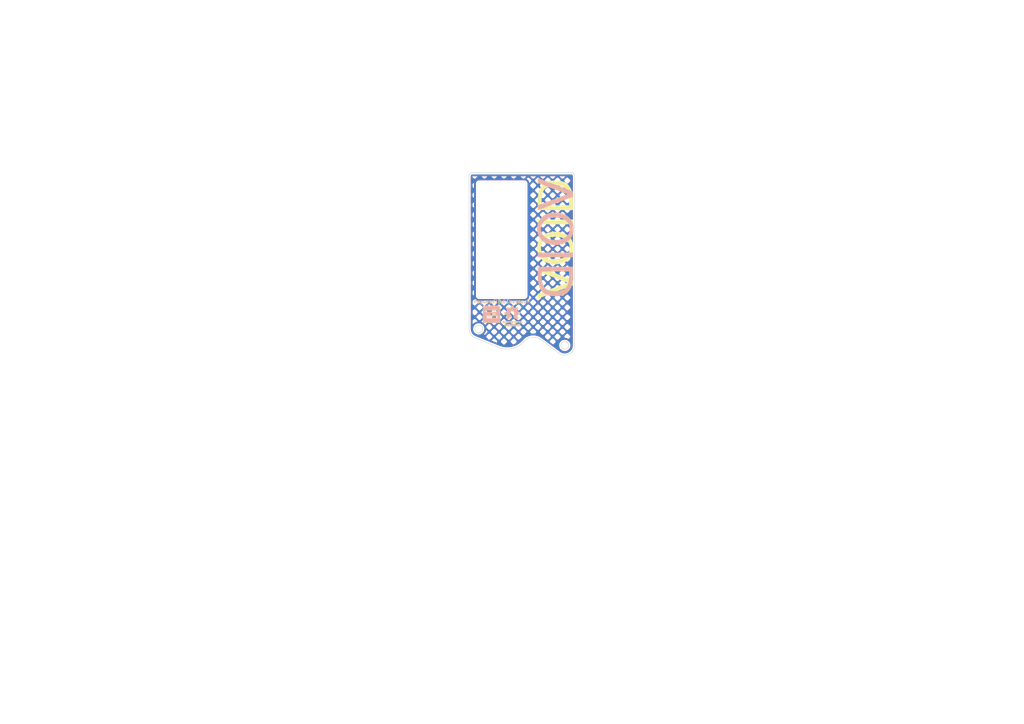
<source format=kicad_pcb>
(kicad_pcb (version 20240108) (generator "pcbnew") (generator_version "8.0")
  (title_block (title "VOID MCU Cover") (date "2024-11-18") (rev "0.5.9") (company "Allen Choi"))
  (layers (0 "F.Cu" signal) (31 "B.Cu" signal) (34 "B.Paste" user) (35 "F.Paste" user) (36 "B.SilkS" user "B.Silkscreen") (37 "F.SilkS" user "F.Silkscreen") (38 "B.Mask" user) (39 "F.Mask" user) (44 "Edge.Cuts" user))
  (net 0 "")
  (footprint "undefined" (layer "F.Cu") (at 148.5625 91.629361)
    (property "Reference" "LOGO2" (hide yes))
    (property "Value" "undefined" (hide yes))
  )
  (footprint "ceoloide:utility_ergogen_logo" (layer "F.Cu") (at 142.5625 91.129361)
    (property "Reference" "LOGO1" (hide yes))
    (property "Value" "")
  )
  (footprint "Nice!View_window" (layer "F.Cu") (at 145.5625 67.929361)
    (property "Reference" "DISP1" (hide yes))
    (property "Value" "" (hide yes))
    (fp_line (start -7.06 -14.67) (end -7.06 17.83) (stroke (width 0.05)) (layer "Edge.Cuts"))
    (fp_line (start -6.56 -15.17) (end 6.44 -15.17) (stroke (width 0.05)) (layer "Edge.Cuts"))
    (fp_line (start -6.56 18.33) (end 6.44 18.33) (stroke (width 0.05)) (layer "Edge.Cuts"))
    (fp_line (start 6.94 -14.67) (end 6.94 17.83) (stroke (width 0.05)) (layer "Edge.Cuts"))
    (fp_arc (start -7.06 -14.67) (mid -6.913553 -15.023553) (end -6.56 -15.17) (stroke (width 0.05)) (layer "Edge.Cuts"))
    (fp_arc (start -6.56 18.33) (mid -6.913553 18.183553) (end -7.06 17.83) (stroke (width 0.05)) (layer "Edge.Cuts"))
    (fp_arc (start 6.44 -15.17) (mid 6.793553 -15.023553) (end 6.94 -14.67) (stroke (width 0.05)) (layer "Edge.Cuts"))
    (fp_arc (start 6.94 17.83) (mid 6.793553 18.183553) (end 6.44 18.33) (stroke (width 0.05)) (layer "Edge.Cuts"))
  )
  (gr_arc (start 166.609826 100.170221) (mid 164.967706 102.731163) (end 161.955157 102.307454) (stroke (width 0.15)) (layer "Edge.Cuts"))
  (gr_line (start 137.78 97.95) (end 144.556822 100.688776) (stroke (width 0.15)) (layer "Edge.Cuts"))
  (gr_arc (start 165.62 50.094361) (mid 166.327141 50.387238) (end 166.62 51.094361) (stroke (width 0.15)) (layer "Edge.Cuts"))
  (gr_circle (center 138.840362 95.378081) (end 139.990362 95.378081) (stroke (width 0.15)) (fill none) (layer "Edge.Cuts"))
  (gr_circle (center 163.791828 100.170221) (end 164.941828 100.170221) (stroke (width 0.15)) (fill none) (layer "Edge.Cuts"))
  (gr_line (start 136.058432 95.378081) (end 136.0375 51.094361) (stroke (width 0.15)) (layer "Edge.Cuts"))
  (gr_arc (start 151.86856 99.150562) (mid 148.45305 101.06219) (end 144.556822 100.688776) (stroke (width 0.15)) (layer "Edge.Cuts"))
  (gr_line (start 166.609828 100.170221) (end 166.62 51.094361) (stroke (width 0.15)) (layer "Edge.Cuts"))
  (gr_line (start 165.62 50.094361) (end 137.0375 50.094361) (stroke (width 0.15)) (layer "Edge.Cuts"))
  (gr_arc (start 136.0375 51.094361) (mid 136.330378 50.38725) (end 137.0375 50.094361) (stroke (width 0.15)) (layer "Edge.Cuts"))
  (gr_arc (start 137.78 97.95) (mid 136.528546 96.925544) (end 136.058432 95.378081) (stroke (width 0.15)) (layer "Edge.Cuts"))
  (gr_arc (start 151.868561 99.150562) (mid 154.18379 97.787576) (end 156.784784 98.460517) (stroke (width 0.15)) (layer "Edge.Cuts"))
  (gr_line (start 161.955157 102.307454) (end 156.784784 98.460517) (stroke (width 0.15)) (layer "Edge.Cuts"))
  (gr_text "Powered By Eergogen" (at 145.5625 87.429361 0) (layer "B.SilkS") (effects (font (size 1 1)) (justify mirror)))
  (gr_text "VOID" (at 162.0125 69.129361 90) (layer "B.SilkS") (effects (font (size 10 10)) (justify mirror)))
  (gr_text "VOID" (at 162.0125 69.129361 90) (layer "F.SilkS") (effects (font (size 10 10))))
  (gr_text "Powered By Eergogen" (at 145.5625 87.429361 0) (layer "F.SilkS") (effects (font (size 1 1))))
  (zone (net 0) (net_name "") (layers "F&B.Cu") (priority 7) (connect_pads yes (clearance 0.1)) (min_thickness 0.1) (fill yes (mode hatch) (thermal_gap 0.1) (thermal_bridge_width 0.1) (island_removal_mode 1) (island_area_min 5) (hatch_thickness 0.5) (hatch_gap 1.5) (hatch_orientation 45) (hatch_smoothing_level 3) (hatch_smoothing_value 0.5) (hatch_border_algorithm hatch_thickness) (hatch_min_hole_area 0.3))
    (polygon (pts (xy 0 0) (xy 297 0) (xy 297 210) (xy 0 210)))
  )
)
</source>
